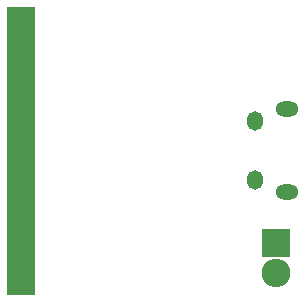
<source format=gbs>
G04 #@! TF.FileFunction,Soldermask,Bot*
%FSLAX46Y46*%
G04 Gerber Fmt 4.6, Leading zero omitted, Abs format (unit mm)*
G04 Created by KiCad (PCBNEW 4.0.0-rc2-stable) date 11/27/2015 10:33:43 PM*
%MOMM*%
G01*
G04 APERTURE LIST*
%ADD10C,0.100000*%
%ADD11O,1.950000X1.300000*%
%ADD12O,1.350000X1.650000*%
%ADD13R,2.400000X24.400000*%
%ADD14R,2.432000X2.432000*%
%ADD15O,2.432000X2.432000*%
G04 APERTURE END LIST*
D10*
D11*
X125476000Y-85400000D03*
X125476000Y-92400000D03*
D12*
X122776000Y-91400000D03*
X122776000Y-86400000D03*
D13*
X103013000Y-88900000D03*
D14*
X124587000Y-96710500D03*
D15*
X124587000Y-99250500D03*
M02*

</source>
